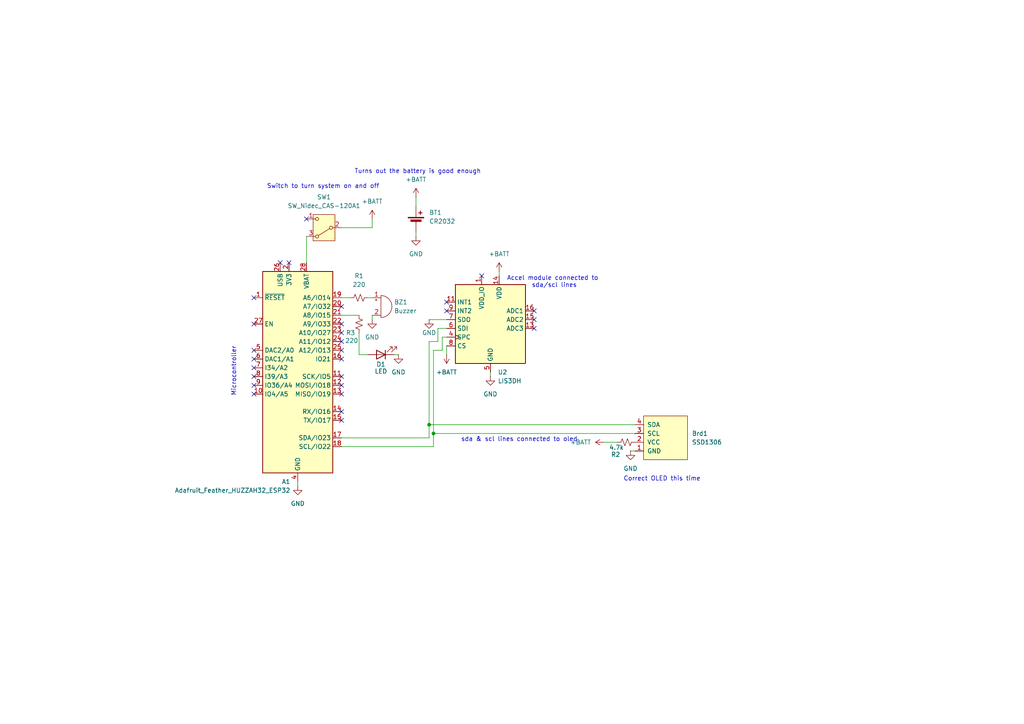
<source format=kicad_sch>
(kicad_sch
	(version 20250114)
	(generator "eeschema")
	(generator_version "9.0")
	(uuid "04a990d3-a2b1-4404-a33a-dc49c08fdd60")
	(paper "A4")
	(title_block
		(title "Tilt-Timer Cube")
		(date "2025-11-17")
		(rev "3.0")
		(company "KWRUS Inc.")
	)
	(lib_symbols
		(symbol "Device:Battery_Cell"
			(pin_numbers
				(hide yes)
			)
			(pin_names
				(offset 0)
				(hide yes)
			)
			(exclude_from_sim no)
			(in_bom yes)
			(on_board yes)
			(property "Reference" "BT"
				(at 2.54 2.54 0)
				(effects
					(font
						(size 1.27 1.27)
					)
					(justify left)
				)
			)
			(property "Value" "Battery_Cell"
				(at 2.54 0 0)
				(effects
					(font
						(size 1.27 1.27)
					)
					(justify left)
				)
			)
			(property "Footprint" ""
				(at 0 1.524 90)
				(effects
					(font
						(size 1.27 1.27)
					)
					(hide yes)
				)
			)
			(property "Datasheet" "~"
				(at 0 1.524 90)
				(effects
					(font
						(size 1.27 1.27)
					)
					(hide yes)
				)
			)
			(property "Description" "Single-cell battery"
				(at 0 0 0)
				(effects
					(font
						(size 1.27 1.27)
					)
					(hide yes)
				)
			)
			(property "ki_keywords" "battery cell"
				(at 0 0 0)
				(effects
					(font
						(size 1.27 1.27)
					)
					(hide yes)
				)
			)
			(symbol "Battery_Cell_0_1"
				(rectangle
					(start -2.286 1.778)
					(end 2.286 1.524)
					(stroke
						(width 0)
						(type default)
					)
					(fill
						(type outline)
					)
				)
				(rectangle
					(start -1.524 1.016)
					(end 1.524 0.508)
					(stroke
						(width 0)
						(type default)
					)
					(fill
						(type outline)
					)
				)
				(polyline
					(pts
						(xy 0 1.778) (xy 0 2.54)
					)
					(stroke
						(width 0)
						(type default)
					)
					(fill
						(type none)
					)
				)
				(polyline
					(pts
						(xy 0 0.762) (xy 0 0)
					)
					(stroke
						(width 0)
						(type default)
					)
					(fill
						(type none)
					)
				)
				(polyline
					(pts
						(xy 0.762 3.048) (xy 1.778 3.048)
					)
					(stroke
						(width 0.254)
						(type default)
					)
					(fill
						(type none)
					)
				)
				(polyline
					(pts
						(xy 1.27 3.556) (xy 1.27 2.54)
					)
					(stroke
						(width 0.254)
						(type default)
					)
					(fill
						(type none)
					)
				)
			)
			(symbol "Battery_Cell_1_1"
				(pin passive line
					(at 0 5.08 270)
					(length 2.54)
					(name "+"
						(effects
							(font
								(size 1.27 1.27)
							)
						)
					)
					(number "1"
						(effects
							(font
								(size 1.27 1.27)
							)
						)
					)
				)
				(pin passive line
					(at 0 -2.54 90)
					(length 2.54)
					(name "-"
						(effects
							(font
								(size 1.27 1.27)
							)
						)
					)
					(number "2"
						(effects
							(font
								(size 1.27 1.27)
							)
						)
					)
				)
			)
			(embedded_fonts no)
		)
		(symbol "Device:Buzzer"
			(pin_names
				(offset 0.0254)
				(hide yes)
			)
			(exclude_from_sim no)
			(in_bom yes)
			(on_board yes)
			(property "Reference" "BZ"
				(at 3.81 1.27 0)
				(effects
					(font
						(size 1.27 1.27)
					)
					(justify left)
				)
			)
			(property "Value" "Buzzer"
				(at 3.81 -1.27 0)
				(effects
					(font
						(size 1.27 1.27)
					)
					(justify left)
				)
			)
			(property "Footprint" ""
				(at -0.635 2.54 90)
				(effects
					(font
						(size 1.27 1.27)
					)
					(hide yes)
				)
			)
			(property "Datasheet" "~"
				(at -0.635 2.54 90)
				(effects
					(font
						(size 1.27 1.27)
					)
					(hide yes)
				)
			)
			(property "Description" "Buzzer, polarized"
				(at 0 0 0)
				(effects
					(font
						(size 1.27 1.27)
					)
					(hide yes)
				)
			)
			(property "ki_keywords" "quartz resonator ceramic"
				(at 0 0 0)
				(effects
					(font
						(size 1.27 1.27)
					)
					(hide yes)
				)
			)
			(property "ki_fp_filters" "*Buzzer*"
				(at 0 0 0)
				(effects
					(font
						(size 1.27 1.27)
					)
					(hide yes)
				)
			)
			(symbol "Buzzer_0_1"
				(polyline
					(pts
						(xy -1.651 1.905) (xy -1.143 1.905)
					)
					(stroke
						(width 0)
						(type default)
					)
					(fill
						(type none)
					)
				)
				(polyline
					(pts
						(xy -1.397 2.159) (xy -1.397 1.651)
					)
					(stroke
						(width 0)
						(type default)
					)
					(fill
						(type none)
					)
				)
				(arc
					(start 0 3.175)
					(mid 3.1612 0)
					(end 0 -3.175)
					(stroke
						(width 0)
						(type default)
					)
					(fill
						(type none)
					)
				)
				(polyline
					(pts
						(xy 0 3.175) (xy 0 -3.175)
					)
					(stroke
						(width 0)
						(type default)
					)
					(fill
						(type none)
					)
				)
			)
			(symbol "Buzzer_1_1"
				(pin passive line
					(at -2.54 2.54 0)
					(length 2.54)
					(name "+"
						(effects
							(font
								(size 1.27 1.27)
							)
						)
					)
					(number "1"
						(effects
							(font
								(size 1.27 1.27)
							)
						)
					)
				)
				(pin passive line
					(at -2.54 -2.54 0)
					(length 2.54)
					(name "-"
						(effects
							(font
								(size 1.27 1.27)
							)
						)
					)
					(number "2"
						(effects
							(font
								(size 1.27 1.27)
							)
						)
					)
				)
			)
			(embedded_fonts no)
		)
		(symbol "Device:LED"
			(pin_numbers
				(hide yes)
			)
			(pin_names
				(offset 1.016)
				(hide yes)
			)
			(exclude_from_sim no)
			(in_bom yes)
			(on_board yes)
			(property "Reference" "D"
				(at 0 2.54 0)
				(effects
					(font
						(size 1.27 1.27)
					)
				)
			)
			(property "Value" "LED"
				(at 0 -2.54 0)
				(effects
					(font
						(size 1.27 1.27)
					)
				)
			)
			(property "Footprint" ""
				(at 0 0 0)
				(effects
					(font
						(size 1.27 1.27)
					)
					(hide yes)
				)
			)
			(property "Datasheet" "~"
				(at 0 0 0)
				(effects
					(font
						(size 1.27 1.27)
					)
					(hide yes)
				)
			)
			(property "Description" "Light emitting diode"
				(at 0 0 0)
				(effects
					(font
						(size 1.27 1.27)
					)
					(hide yes)
				)
			)
			(property "Sim.Pins" "1=K 2=A"
				(at 0 0 0)
				(effects
					(font
						(size 1.27 1.27)
					)
					(hide yes)
				)
			)
			(property "ki_keywords" "LED diode"
				(at 0 0 0)
				(effects
					(font
						(size 1.27 1.27)
					)
					(hide yes)
				)
			)
			(property "ki_fp_filters" "LED* LED_SMD:* LED_THT:*"
				(at 0 0 0)
				(effects
					(font
						(size 1.27 1.27)
					)
					(hide yes)
				)
			)
			(symbol "LED_0_1"
				(polyline
					(pts
						(xy -3.048 -0.762) (xy -4.572 -2.286) (xy -3.81 -2.286) (xy -4.572 -2.286) (xy -4.572 -1.524)
					)
					(stroke
						(width 0)
						(type default)
					)
					(fill
						(type none)
					)
				)
				(polyline
					(pts
						(xy -1.778 -0.762) (xy -3.302 -2.286) (xy -2.54 -2.286) (xy -3.302 -2.286) (xy -3.302 -1.524)
					)
					(stroke
						(width 0)
						(type default)
					)
					(fill
						(type none)
					)
				)
				(polyline
					(pts
						(xy -1.27 0) (xy 1.27 0)
					)
					(stroke
						(width 0)
						(type default)
					)
					(fill
						(type none)
					)
				)
				(polyline
					(pts
						(xy -1.27 -1.27) (xy -1.27 1.27)
					)
					(stroke
						(width 0.254)
						(type default)
					)
					(fill
						(type none)
					)
				)
				(polyline
					(pts
						(xy 1.27 -1.27) (xy 1.27 1.27) (xy -1.27 0) (xy 1.27 -1.27)
					)
					(stroke
						(width 0.254)
						(type default)
					)
					(fill
						(type none)
					)
				)
			)
			(symbol "LED_1_1"
				(pin passive line
					(at -3.81 0 0)
					(length 2.54)
					(name "K"
						(effects
							(font
								(size 1.27 1.27)
							)
						)
					)
					(number "1"
						(effects
							(font
								(size 1.27 1.27)
							)
						)
					)
				)
				(pin passive line
					(at 3.81 0 180)
					(length 2.54)
					(name "A"
						(effects
							(font
								(size 1.27 1.27)
							)
						)
					)
					(number "2"
						(effects
							(font
								(size 1.27 1.27)
							)
						)
					)
				)
			)
			(embedded_fonts no)
		)
		(symbol "Device:R_Small_US"
			(pin_numbers
				(hide yes)
			)
			(pin_names
				(offset 0.254)
				(hide yes)
			)
			(exclude_from_sim no)
			(in_bom yes)
			(on_board yes)
			(property "Reference" "R"
				(at 0.762 0.508 0)
				(effects
					(font
						(size 1.27 1.27)
					)
					(justify left)
				)
			)
			(property "Value" "R_Small_US"
				(at 0.762 -1.016 0)
				(effects
					(font
						(size 1.27 1.27)
					)
					(justify left)
				)
			)
			(property "Footprint" ""
				(at 0 0 0)
				(effects
					(font
						(size 1.27 1.27)
					)
					(hide yes)
				)
			)
			(property "Datasheet" "~"
				(at 0 0 0)
				(effects
					(font
						(size 1.27 1.27)
					)
					(hide yes)
				)
			)
			(property "Description" "Resistor, small US symbol"
				(at 0 0 0)
				(effects
					(font
						(size 1.27 1.27)
					)
					(hide yes)
				)
			)
			(property "ki_keywords" "r resistor"
				(at 0 0 0)
				(effects
					(font
						(size 1.27 1.27)
					)
					(hide yes)
				)
			)
			(property "ki_fp_filters" "R_*"
				(at 0 0 0)
				(effects
					(font
						(size 1.27 1.27)
					)
					(hide yes)
				)
			)
			(symbol "R_Small_US_1_1"
				(polyline
					(pts
						(xy 0 1.524) (xy 1.016 1.143) (xy 0 0.762) (xy -1.016 0.381) (xy 0 0)
					)
					(stroke
						(width 0)
						(type default)
					)
					(fill
						(type none)
					)
				)
				(polyline
					(pts
						(xy 0 0) (xy 1.016 -0.381) (xy 0 -0.762) (xy -1.016 -1.143) (xy 0 -1.524)
					)
					(stroke
						(width 0)
						(type default)
					)
					(fill
						(type none)
					)
				)
				(pin passive line
					(at 0 2.54 270)
					(length 1.016)
					(name "~"
						(effects
							(font
								(size 1.27 1.27)
							)
						)
					)
					(number "1"
						(effects
							(font
								(size 1.27 1.27)
							)
						)
					)
				)
				(pin passive line
					(at 0 -2.54 90)
					(length 1.016)
					(name "~"
						(effects
							(font
								(size 1.27 1.27)
							)
						)
					)
					(number "2"
						(effects
							(font
								(size 1.27 1.27)
							)
						)
					)
				)
			)
			(embedded_fonts no)
		)
		(symbol "MCU_Module:Adafruit_Feather_HUZZAH32_ESP32"
			(exclude_from_sim no)
			(in_bom yes)
			(on_board yes)
			(property "Reference" "A"
				(at -10.16 29.21 0)
				(effects
					(font
						(size 1.27 1.27)
					)
					(justify left)
				)
			)
			(property "Value" "Adafruit_Feather_HUZZAH32_ESP32"
				(at 2.54 -31.75 0)
				(effects
					(font
						(size 1.27 1.27)
					)
					(justify left)
				)
			)
			(property "Footprint" "Module:Adafruit_Feather"
				(at 2.54 -34.29 0)
				(effects
					(font
						(size 1.27 1.27)
					)
					(justify left)
					(hide yes)
				)
			)
			(property "Datasheet" "https://cdn-learn.adafruit.com/downloads/pdf/adafruit-huzzah32-esp32-feather.pdf"
				(at 0 -30.48 0)
				(effects
					(font
						(size 1.27 1.27)
					)
					(hide yes)
				)
			)
			(property "Description" "Microcontroller module with ESP32 MCU"
				(at 0 0 0)
				(effects
					(font
						(size 1.27 1.27)
					)
					(hide yes)
				)
			)
			(property "ki_keywords" "Adafruit feather microcontroller module USB"
				(at 0 0 0)
				(effects
					(font
						(size 1.27 1.27)
					)
					(hide yes)
				)
			)
			(property "ki_fp_filters" "Adafruit*Feather*"
				(at 0 0 0)
				(effects
					(font
						(size 1.27 1.27)
					)
					(hide yes)
				)
			)
			(symbol "Adafruit_Feather_HUZZAH32_ESP32_0_1"
				(rectangle
					(start -10.16 27.94)
					(end 10.16 -30.48)
					(stroke
						(width 0.254)
						(type default)
					)
					(fill
						(type background)
					)
				)
			)
			(symbol "Adafruit_Feather_HUZZAH32_ESP32_1_1"
				(pin bidirectional line
					(at -12.7 20.32 0)
					(length 2.54)
					(name "A6/IO14"
						(effects
							(font
								(size 1.27 1.27)
							)
						)
					)
					(number "19"
						(effects
							(font
								(size 1.27 1.27)
							)
						)
					)
				)
				(pin bidirectional line
					(at -12.7 17.78 0)
					(length 2.54)
					(name "A7/IO32"
						(effects
							(font
								(size 1.27 1.27)
							)
						)
					)
					(number "20"
						(effects
							(font
								(size 1.27 1.27)
							)
						)
					)
				)
				(pin bidirectional line
					(at -12.7 15.24 0)
					(length 2.54)
					(name "A8/IO15"
						(effects
							(font
								(size 1.27 1.27)
							)
						)
					)
					(number "21"
						(effects
							(font
								(size 1.27 1.27)
							)
						)
					)
				)
				(pin bidirectional line
					(at -12.7 12.7 0)
					(length 2.54)
					(name "A9/IO33"
						(effects
							(font
								(size 1.27 1.27)
							)
						)
					)
					(number "22"
						(effects
							(font
								(size 1.27 1.27)
							)
						)
					)
				)
				(pin bidirectional line
					(at -12.7 10.16 0)
					(length 2.54)
					(name "A10/IO27"
						(effects
							(font
								(size 1.27 1.27)
							)
						)
					)
					(number "23"
						(effects
							(font
								(size 1.27 1.27)
							)
						)
					)
				)
				(pin bidirectional line
					(at -12.7 7.62 0)
					(length 2.54)
					(name "A11/IO12"
						(effects
							(font
								(size 1.27 1.27)
							)
						)
					)
					(number "24"
						(effects
							(font
								(size 1.27 1.27)
							)
						)
					)
				)
				(pin bidirectional line
					(at -12.7 5.08 0)
					(length 2.54)
					(name "A12/IO13"
						(effects
							(font
								(size 1.27 1.27)
							)
						)
					)
					(number "25"
						(effects
							(font
								(size 1.27 1.27)
							)
						)
					)
				)
				(pin bidirectional line
					(at -12.7 2.54 0)
					(length 2.54)
					(name "IO21"
						(effects
							(font
								(size 1.27 1.27)
							)
						)
					)
					(number "16"
						(effects
							(font
								(size 1.27 1.27)
							)
						)
					)
				)
				(pin bidirectional line
					(at -12.7 -2.54 0)
					(length 2.54)
					(name "SCK/IO5"
						(effects
							(font
								(size 1.27 1.27)
							)
						)
					)
					(number "11"
						(effects
							(font
								(size 1.27 1.27)
							)
						)
					)
				)
				(pin bidirectional line
					(at -12.7 -5.08 0)
					(length 2.54)
					(name "MOSI/IO18"
						(effects
							(font
								(size 1.27 1.27)
							)
						)
					)
					(number "12"
						(effects
							(font
								(size 1.27 1.27)
							)
						)
					)
				)
				(pin bidirectional line
					(at -12.7 -7.62 0)
					(length 2.54)
					(name "MISO/IO19"
						(effects
							(font
								(size 1.27 1.27)
							)
						)
					)
					(number "13"
						(effects
							(font
								(size 1.27 1.27)
							)
						)
					)
				)
				(pin bidirectional line
					(at -12.7 -12.7 0)
					(length 2.54)
					(name "RX/IO16"
						(effects
							(font
								(size 1.27 1.27)
							)
						)
					)
					(number "14"
						(effects
							(font
								(size 1.27 1.27)
							)
						)
					)
				)
				(pin bidirectional line
					(at -12.7 -15.24 0)
					(length 2.54)
					(name "TX/IO17"
						(effects
							(font
								(size 1.27 1.27)
							)
						)
					)
					(number "15"
						(effects
							(font
								(size 1.27 1.27)
							)
						)
					)
				)
				(pin bidirectional line
					(at -12.7 -20.32 0)
					(length 2.54)
					(name "SDA/IO23"
						(effects
							(font
								(size 1.27 1.27)
							)
						)
					)
					(number "17"
						(effects
							(font
								(size 1.27 1.27)
							)
						)
					)
				)
				(pin bidirectional line
					(at -12.7 -22.86 0)
					(length 2.54)
					(name "SCL/IO22"
						(effects
							(font
								(size 1.27 1.27)
							)
						)
					)
					(number "18"
						(effects
							(font
								(size 1.27 1.27)
							)
						)
					)
				)
				(pin power_in line
					(at -2.54 30.48 270)
					(length 2.54)
					(name "VBAT"
						(effects
							(font
								(size 1.27 1.27)
							)
						)
					)
					(number "28"
						(effects
							(font
								(size 1.27 1.27)
							)
						)
					)
				)
				(pin power_in line
					(at 0 -33.02 90)
					(length 2.54)
					(name "GND"
						(effects
							(font
								(size 1.27 1.27)
							)
						)
					)
					(number "4"
						(effects
							(font
								(size 1.27 1.27)
							)
						)
					)
				)
				(pin power_in line
					(at 2.54 30.48 270)
					(length 2.54)
					(name "3V3"
						(effects
							(font
								(size 1.27 1.27)
							)
						)
					)
					(number "2"
						(effects
							(font
								(size 1.27 1.27)
							)
						)
					)
				)
				(pin power_in line
					(at 5.08 30.48 270)
					(length 2.54)
					(name "USB"
						(effects
							(font
								(size 1.27 1.27)
							)
						)
					)
					(number "26"
						(effects
							(font
								(size 1.27 1.27)
							)
						)
					)
				)
				(pin no_connect line
					(at 10.16 10.16 180)
					(length 2.54)
					(hide yes)
					(name "NC"
						(effects
							(font
								(size 1.27 1.27)
							)
						)
					)
					(number "3"
						(effects
							(font
								(size 1.27 1.27)
							)
						)
					)
				)
				(pin input line
					(at 12.7 20.32 180)
					(length 2.54)
					(name "~{RESET}"
						(effects
							(font
								(size 1.27 1.27)
							)
						)
					)
					(number "1"
						(effects
							(font
								(size 1.27 1.27)
							)
						)
					)
				)
				(pin input line
					(at 12.7 12.7 180)
					(length 2.54)
					(name "EN"
						(effects
							(font
								(size 1.27 1.27)
							)
						)
					)
					(number "27"
						(effects
							(font
								(size 1.27 1.27)
							)
						)
					)
				)
				(pin bidirectional line
					(at 12.7 5.08 180)
					(length 2.54)
					(name "DAC2/A0"
						(effects
							(font
								(size 1.27 1.27)
							)
						)
					)
					(number "5"
						(effects
							(font
								(size 1.27 1.27)
							)
						)
					)
				)
				(pin bidirectional line
					(at 12.7 2.54 180)
					(length 2.54)
					(name "DAC1/A1"
						(effects
							(font
								(size 1.27 1.27)
							)
						)
					)
					(number "6"
						(effects
							(font
								(size 1.27 1.27)
							)
						)
					)
				)
				(pin bidirectional line
					(at 12.7 0 180)
					(length 2.54)
					(name "I34/A2"
						(effects
							(font
								(size 1.27 1.27)
							)
						)
					)
					(number "7"
						(effects
							(font
								(size 1.27 1.27)
							)
						)
					)
				)
				(pin bidirectional line
					(at 12.7 -2.54 180)
					(length 2.54)
					(name "I39/A3"
						(effects
							(font
								(size 1.27 1.27)
							)
						)
					)
					(number "8"
						(effects
							(font
								(size 1.27 1.27)
							)
						)
					)
				)
				(pin bidirectional line
					(at 12.7 -5.08 180)
					(length 2.54)
					(name "IO36/A4"
						(effects
							(font
								(size 1.27 1.27)
							)
						)
					)
					(number "9"
						(effects
							(font
								(size 1.27 1.27)
							)
						)
					)
				)
				(pin bidirectional line
					(at 12.7 -7.62 180)
					(length 2.54)
					(name "IO4/A5"
						(effects
							(font
								(size 1.27 1.27)
							)
						)
					)
					(number "10"
						(effects
							(font
								(size 1.27 1.27)
							)
						)
					)
				)
			)
			(embedded_fonts no)
		)
		(symbol "SSD1306-128x64_OLED:SSD1306"
			(pin_names
				(offset 1.016)
			)
			(exclude_from_sim no)
			(in_bom yes)
			(on_board yes)
			(property "Reference" "Brd"
				(at 0 -3.81 0)
				(effects
					(font
						(size 1.27 1.27)
					)
				)
			)
			(property "Value" "SSD1306"
				(at 0 -1.27 0)
				(effects
					(font
						(size 1.27 1.27)
					)
				)
			)
			(property "Footprint" ""
				(at 0 6.35 0)
				(effects
					(font
						(size 1.27 1.27)
					)
					(hide yes)
				)
			)
			(property "Datasheet" ""
				(at 0 6.35 0)
				(effects
					(font
						(size 1.27 1.27)
					)
					(hide yes)
				)
			)
			(property "Description" ""
				(at 0 0 0)
				(effects
					(font
						(size 1.27 1.27)
					)
					(hide yes)
				)
			)
			(property "ki_fp_filters" "SSD1306-128x64_OLED:SSD1306"
				(at 0 0 0)
				(effects
					(font
						(size 1.27 1.27)
					)
					(hide yes)
				)
			)
			(symbol "SSD1306_0_1"
				(rectangle
					(start -6.35 6.35)
					(end 6.35 -6.35)
					(stroke
						(width 0)
						(type solid)
					)
					(fill
						(type background)
					)
				)
			)
			(symbol "SSD1306_1_1"
				(pin input line
					(at -3.81 8.89 270)
					(length 2.54)
					(name "GND"
						(effects
							(font
								(size 1.27 1.27)
							)
						)
					)
					(number "1"
						(effects
							(font
								(size 1.27 1.27)
							)
						)
					)
				)
				(pin input line
					(at -1.27 8.89 270)
					(length 2.54)
					(name "VCC"
						(effects
							(font
								(size 1.27 1.27)
							)
						)
					)
					(number "2"
						(effects
							(font
								(size 1.27 1.27)
							)
						)
					)
				)
				(pin input line
					(at 1.27 8.89 270)
					(length 2.54)
					(name "SCL"
						(effects
							(font
								(size 1.27 1.27)
							)
						)
					)
					(number "3"
						(effects
							(font
								(size 1.27 1.27)
							)
						)
					)
				)
				(pin input line
					(at 3.81 8.89 270)
					(length 2.54)
					(name "SDA"
						(effects
							(font
								(size 1.27 1.27)
							)
						)
					)
					(number "4"
						(effects
							(font
								(size 1.27 1.27)
							)
						)
					)
				)
			)
			(embedded_fonts no)
		)
		(symbol "Sensor_Motion:LIS3DH"
			(exclude_from_sim no)
			(in_bom yes)
			(on_board yes)
			(property "Reference" "U"
				(at -7.62 11.43 0)
				(effects
					(font
						(size 1.27 1.27)
					)
				)
			)
			(property "Value" "LIS3DH"
				(at 6.35 11.43 0)
				(effects
					(font
						(size 1.27 1.27)
					)
				)
			)
			(property "Footprint" "Package_LGA:LGA-16_3x3mm_P0.5mm_LayoutBorder3x5y"
				(at 2.54 -26.67 0)
				(effects
					(font
						(size 1.27 1.27)
					)
					(hide yes)
				)
			)
			(property "Datasheet" "https://www.st.com/resource/en/datasheet/cd00274221.pdf"
				(at -5.08 -2.54 0)
				(effects
					(font
						(size 1.27 1.27)
					)
					(hide yes)
				)
			)
			(property "Description" "3-Axis Accelerometer, 2/4/8/16g range, I2C/SPI interface, LGA-16"
				(at 0 0 0)
				(effects
					(font
						(size 1.27 1.27)
					)
					(hide yes)
				)
			)
			(property "ki_keywords" "3-axis accelerometer i2c spi mems"
				(at 0 0 0)
				(effects
					(font
						(size 1.27 1.27)
					)
					(hide yes)
				)
			)
			(property "ki_fp_filters" "LGA*3x3mm*P0.5mm*LayoutBorder3x5y*"
				(at 0 0 0)
				(effects
					(font
						(size 1.27 1.27)
					)
					(hide yes)
				)
			)
			(symbol "LIS3DH_0_1"
				(rectangle
					(start -10.16 10.16)
					(end 10.16 -12.7)
					(stroke
						(width 0.254)
						(type default)
					)
					(fill
						(type background)
					)
				)
			)
			(symbol "LIS3DH_1_1"
				(pin output line
					(at -12.7 5.08 0)
					(length 2.54)
					(name "INT1"
						(effects
							(font
								(size 1.27 1.27)
							)
						)
					)
					(number "11"
						(effects
							(font
								(size 1.27 1.27)
							)
						)
					)
				)
				(pin output line
					(at -12.7 2.54 0)
					(length 2.54)
					(name "INT2"
						(effects
							(font
								(size 1.27 1.27)
							)
						)
					)
					(number "9"
						(effects
							(font
								(size 1.27 1.27)
							)
						)
					)
				)
				(pin output line
					(at -12.7 0 0)
					(length 2.54)
					(name "SDO"
						(effects
							(font
								(size 1.27 1.27)
							)
						)
					)
					(number "7"
						(effects
							(font
								(size 1.27 1.27)
							)
						)
					)
					(alternate "SA0" input line)
				)
				(pin input line
					(at -12.7 -2.54 0)
					(length 2.54)
					(name "SDI"
						(effects
							(font
								(size 1.27 1.27)
							)
						)
					)
					(number "6"
						(effects
							(font
								(size 1.27 1.27)
							)
						)
					)
					(alternate "SDA" bidirectional line)
					(alternate "SDO" output line)
				)
				(pin input clock
					(at -12.7 -5.08 0)
					(length 2.54)
					(name "SPC"
						(effects
							(font
								(size 1.27 1.27)
							)
						)
					)
					(number "4"
						(effects
							(font
								(size 1.27 1.27)
							)
						)
					)
					(alternate "SCL" input clock)
				)
				(pin input line
					(at -12.7 -7.62 0)
					(length 2.54)
					(name "CS"
						(effects
							(font
								(size 1.27 1.27)
							)
						)
					)
					(number "8"
						(effects
							(font
								(size 1.27 1.27)
							)
						)
					)
				)
				(pin power_in line
					(at -2.54 12.7 270)
					(length 2.54)
					(name "VDD_IO"
						(effects
							(font
								(size 1.27 1.27)
							)
						)
					)
					(number "1"
						(effects
							(font
								(size 1.27 1.27)
							)
						)
					)
				)
				(pin passive line
					(at 0 -15.24 90)
					(length 2.54)
					(hide yes)
					(name "GND"
						(effects
							(font
								(size 1.27 1.27)
							)
						)
					)
					(number "10"
						(effects
							(font
								(size 1.27 1.27)
							)
						)
					)
				)
				(pin passive line
					(at 0 -15.24 90)
					(length 2.54)
					(hide yes)
					(name "GND"
						(effects
							(font
								(size 1.27 1.27)
							)
						)
					)
					(number "12"
						(effects
							(font
								(size 1.27 1.27)
							)
						)
					)
				)
				(pin power_in line
					(at 0 -15.24 90)
					(length 2.54)
					(name "GND"
						(effects
							(font
								(size 1.27 1.27)
							)
						)
					)
					(number "5"
						(effects
							(font
								(size 1.27 1.27)
							)
						)
					)
				)
				(pin power_in line
					(at 2.54 12.7 270)
					(length 2.54)
					(name "VDD"
						(effects
							(font
								(size 1.27 1.27)
							)
						)
					)
					(number "14"
						(effects
							(font
								(size 1.27 1.27)
							)
						)
					)
				)
				(pin no_connect line
					(at 10.16 7.62 180)
					(length 2.54)
					(hide yes)
					(name "NC"
						(effects
							(font
								(size 1.27 1.27)
							)
						)
					)
					(number "3"
						(effects
							(font
								(size 1.27 1.27)
							)
						)
					)
				)
				(pin no_connect line
					(at 10.16 5.08 180)
					(length 2.54)
					(hide yes)
					(name "NC"
						(effects
							(font
								(size 1.27 1.27)
							)
						)
					)
					(number "2"
						(effects
							(font
								(size 1.27 1.27)
							)
						)
					)
				)
				(pin input line
					(at 12.7 2.54 180)
					(length 2.54)
					(name "ADC1"
						(effects
							(font
								(size 1.27 1.27)
							)
						)
					)
					(number "16"
						(effects
							(font
								(size 1.27 1.27)
							)
						)
					)
				)
				(pin input line
					(at 12.7 0 180)
					(length 2.54)
					(name "ADC2"
						(effects
							(font
								(size 1.27 1.27)
							)
						)
					)
					(number "15"
						(effects
							(font
								(size 1.27 1.27)
							)
						)
					)
				)
				(pin input line
					(at 12.7 -2.54 180)
					(length 2.54)
					(name "ADC3"
						(effects
							(font
								(size 1.27 1.27)
							)
						)
					)
					(number "13"
						(effects
							(font
								(size 1.27 1.27)
							)
						)
					)
				)
			)
			(embedded_fonts no)
		)
		(symbol "Switch:SW_Nidec_CAS-120A1"
			(pin_names
				(offset 1)
				(hide yes)
			)
			(exclude_from_sim no)
			(in_bom yes)
			(on_board yes)
			(property "Reference" "SW"
				(at 0 4.318 0)
				(effects
					(font
						(size 1.27 1.27)
					)
				)
			)
			(property "Value" "SW_Nidec_CAS-120A1"
				(at 0 -5.08 0)
				(effects
					(font
						(size 1.27 1.27)
					)
				)
			)
			(property "Footprint" "Button_Switch_SMD:Nidec_Copal_CAS-120A"
				(at 0 -10.16 0)
				(effects
					(font
						(size 1.27 1.27)
					)
					(hide yes)
				)
			)
			(property "Datasheet" "https://www.nidec-components.com/e/catalog/switch/cas.pdf"
				(at 0 -7.62 0)
				(effects
					(font
						(size 1.27 1.27)
					)
					(hide yes)
				)
			)
			(property "Description" "Switch, single pole double throw"
				(at 0 0 0)
				(effects
					(font
						(size 1.27 1.27)
					)
					(hide yes)
				)
			)
			(property "ki_keywords" "switch single-pole double-throw spdt ON-ON"
				(at 0 0 0)
				(effects
					(font
						(size 1.27 1.27)
					)
					(hide yes)
				)
			)
			(property "ki_fp_filters" "*Nidec?Copal?CAS?120A*"
				(at 0 0 0)
				(effects
					(font
						(size 1.27 1.27)
					)
					(hide yes)
				)
			)
			(symbol "SW_Nidec_CAS-120A1_0_1"
				(circle
					(center -2.032 0)
					(radius 0.4572)
					(stroke
						(width 0)
						(type default)
					)
					(fill
						(type none)
					)
				)
				(polyline
					(pts
						(xy -1.651 0.254) (xy 1.651 2.286)
					)
					(stroke
						(width 0)
						(type default)
					)
					(fill
						(type none)
					)
				)
				(circle
					(center 2.032 2.54)
					(radius 0.4572)
					(stroke
						(width 0)
						(type default)
					)
					(fill
						(type none)
					)
				)
				(circle
					(center 2.032 -2.54)
					(radius 0.4572)
					(stroke
						(width 0)
						(type default)
					)
					(fill
						(type none)
					)
				)
			)
			(symbol "SW_Nidec_CAS-120A1_1_1"
				(rectangle
					(start -3.175 3.81)
					(end 3.175 -3.81)
					(stroke
						(width 0)
						(type default)
					)
					(fill
						(type background)
					)
				)
				(pin passive line
					(at -5.08 0 0)
					(length 2.54)
					(name "B"
						(effects
							(font
								(size 1.27 1.27)
							)
						)
					)
					(number "2"
						(effects
							(font
								(size 1.27 1.27)
							)
						)
					)
				)
				(pin passive line
					(at 5.08 2.54 180)
					(length 2.54)
					(name "A"
						(effects
							(font
								(size 1.27 1.27)
							)
						)
					)
					(number "3"
						(effects
							(font
								(size 1.27 1.27)
							)
						)
					)
				)
				(pin passive line
					(at 5.08 -2.54 180)
					(length 2.54)
					(name "C"
						(effects
							(font
								(size 1.27 1.27)
							)
						)
					)
					(number "1"
						(effects
							(font
								(size 1.27 1.27)
							)
						)
					)
				)
			)
			(embedded_fonts no)
		)
		(symbol "power:+BATT"
			(power)
			(pin_numbers
				(hide yes)
			)
			(pin_names
				(offset 0)
				(hide yes)
			)
			(exclude_from_sim no)
			(in_bom yes)
			(on_board yes)
			(property "Reference" "#PWR"
				(at 0 -3.81 0)
				(effects
					(font
						(size 1.27 1.27)
					)
					(hide yes)
				)
			)
			(property "Value" "+BATT"
				(at 0 3.556 0)
				(effects
					(font
						(size 1.27 1.27)
					)
				)
			)
			(property "Footprint" ""
				(at 0 0 0)
				(effects
					(font
						(size 1.27 1.27)
					)
					(hide yes)
				)
			)
			(property "Datasheet" ""
				(at 0 0 0)
				(effects
					(font
						(size 1.27 1.27)
					)
					(hide yes)
				)
			)
			(property "Description" "Power symbol creates a global label with name \"+BATT\""
				(at 0 0 0)
				(effects
					(font
						(size 1.27 1.27)
					)
					(hide yes)
				)
			)
			(property "ki_keywords" "global power battery"
				(at 0 0 0)
				(effects
					(font
						(size 1.27 1.27)
					)
					(hide yes)
				)
			)
			(symbol "+BATT_0_1"
				(polyline
					(pts
						(xy -0.762 1.27) (xy 0 2.54)
					)
					(stroke
						(width 0)
						(type default)
					)
					(fill
						(type none)
					)
				)
				(polyline
					(pts
						(xy 0 2.54) (xy 0.762 1.27)
					)
					(stroke
						(width 0)
						(type default)
					)
					(fill
						(type none)
					)
				)
				(polyline
					(pts
						(xy 0 0) (xy 0 2.54)
					)
					(stroke
						(width 0)
						(type default)
					)
					(fill
						(type none)
					)
				)
			)
			(symbol "+BATT_1_1"
				(pin power_in line
					(at 0 0 90)
					(length 0)
					(name "~"
						(effects
							(font
								(size 1.27 1.27)
							)
						)
					)
					(number "1"
						(effects
							(font
								(size 1.27 1.27)
							)
						)
					)
				)
			)
			(embedded_fonts no)
		)
		(symbol "power:GND"
			(power)
			(pin_numbers
				(hide yes)
			)
			(pin_names
				(offset 0)
				(hide yes)
			)
			(exclude_from_sim no)
			(in_bom yes)
			(on_board yes)
			(property "Reference" "#PWR"
				(at 0 -6.35 0)
				(effects
					(font
						(size 1.27 1.27)
					)
					(hide yes)
				)
			)
			(property "Value" "GND"
				(at 0 -3.81 0)
				(effects
					(font
						(size 1.27 1.27)
					)
				)
			)
			(property "Footprint" ""
				(at 0 0 0)
				(effects
					(font
						(size 1.27 1.27)
					)
					(hide yes)
				)
			)
			(property "Datasheet" ""
				(at 0 0 0)
				(effects
					(font
						(size 1.27 1.27)
					)
					(hide yes)
				)
			)
			(property "Description" "Power symbol creates a global label with name \"GND\" , ground"
				(at 0 0 0)
				(effects
					(font
						(size 1.27 1.27)
					)
					(hide yes)
				)
			)
			(property "ki_keywords" "global power"
				(at 0 0 0)
				(effects
					(font
						(size 1.27 1.27)
					)
					(hide yes)
				)
			)
			(symbol "GND_0_1"
				(polyline
					(pts
						(xy 0 0) (xy 0 -1.27) (xy 1.27 -1.27) (xy 0 -2.54) (xy -1.27 -1.27) (xy 0 -1.27)
					)
					(stroke
						(width 0)
						(type default)
					)
					(fill
						(type none)
					)
				)
			)
			(symbol "GND_1_1"
				(pin power_in line
					(at 0 0 270)
					(length 0)
					(name "~"
						(effects
							(font
								(size 1.27 1.27)
							)
						)
					)
					(number "1"
						(effects
							(font
								(size 1.27 1.27)
							)
						)
					)
				)
			)
			(embedded_fonts no)
		)
	)
	(text "Correct OLED this time"
		(exclude_from_sim no)
		(at 192.024 138.938 0)
		(effects
			(font
				(size 1.27 1.27)
			)
		)
		(uuid "2beb8562-2a24-4021-be38-004b587e5c41")
	)
	(text "Microcontroller"
		(exclude_from_sim no)
		(at 67.818 107.696 90)
		(effects
			(font
				(size 1.27 1.27)
			)
		)
		(uuid "4942fcf5-9d4a-416b-91ff-3dcaffabd210")
	)
	(text "Turns out the battery is good enough\n"
		(exclude_from_sim no)
		(at 121.158 49.784 0)
		(effects
			(font
				(size 1.27 1.27)
			)
		)
		(uuid "65fa5db0-6f1d-4d64-a032-d76ef2752861")
	)
	(text "Switch to turn system on and off"
		(exclude_from_sim no)
		(at 93.726 54.102 0)
		(effects
			(font
				(size 1.27 1.27)
			)
		)
		(uuid "9035541b-8440-455f-a4ab-b36b4ae52ead")
	)
	(text "sda & scl lines connected to oled"
		(exclude_from_sim no)
		(at 150.622 127.508 0)
		(effects
			(font
				(size 1.27 1.27)
			)
		)
		(uuid "ed4e4efa-3a17-4f14-9489-d5d87d1ba8af")
	)
	(text "Accel module connected to \nsda/scl lines"
		(exclude_from_sim no)
		(at 160.782 81.788 0)
		(effects
			(font
				(size 1.27 1.27)
			)
		)
		(uuid "ff01edab-bfab-4d3c-8ea5-3f73cf9e4e46")
	)
	(junction
		(at 125.73 125.73)
		(diameter 0)
		(color 0 0 0 0)
		(uuid "85fa11b9-514a-4899-96a3-f78881624f94")
	)
	(junction
		(at 124.46 123.19)
		(diameter 0)
		(color 0 0 0 0)
		(uuid "c4046b15-3ed8-44ef-869b-98d8777df4bd")
	)
	(no_connect
		(at 83.82 76.2)
		(uuid "01fc53e1-81ae-46b2-aa83-9a2bb96f86e1")
	)
	(no_connect
		(at 99.06 109.22)
		(uuid "08f4970b-9cd7-4c58-8f73-a14fa2ef9134")
	)
	(no_connect
		(at 73.66 114.3)
		(uuid "0faf0a79-d315-4c0d-8450-150a3623e641")
	)
	(no_connect
		(at 154.94 90.17)
		(uuid "144f2d02-4e3d-461c-af5b-9c729ba7faa8")
	)
	(no_connect
		(at 73.66 111.76)
		(uuid "23c694c1-c86d-4833-824f-fa2cef3597ba")
	)
	(no_connect
		(at 99.06 99.06)
		(uuid "2a5243ca-912a-444f-803a-49b7a860508c")
	)
	(no_connect
		(at 73.66 104.14)
		(uuid "344f0b0a-609d-42c8-be67-81539b09b614")
	)
	(no_connect
		(at 99.06 119.38)
		(uuid "397b1349-bc0f-4981-9b2f-b68e917d9d9d")
	)
	(no_connect
		(at 73.66 109.22)
		(uuid "46cb076e-0880-4573-bf0f-c48717dd3769")
	)
	(no_connect
		(at 139.7 80.01)
		(uuid "4ae48035-a00c-4e93-a2da-c7deef531b23")
	)
	(no_connect
		(at 73.66 106.68)
		(uuid "4c230eb8-73c1-4270-9966-2a0460015b48")
	)
	(no_connect
		(at 99.06 111.76)
		(uuid "4f92a766-d649-4aa6-9b90-736ef19375ae")
	)
	(no_connect
		(at 99.06 93.98)
		(uuid "58305769-0bc1-4f3c-aec0-23768fd2adc0")
	)
	(no_connect
		(at 99.06 88.9)
		(uuid "5841996e-a9c4-4fb3-a225-1bd1efdc05e7")
	)
	(no_connect
		(at 81.28 76.2)
		(uuid "61ef86bb-7759-48e0-99fb-f26e2badef45")
	)
	(no_connect
		(at 73.66 101.6)
		(uuid "644a830f-3348-457a-be33-dc7cc591d9c5")
	)
	(no_connect
		(at 99.06 96.52)
		(uuid "6535c750-a697-4ef9-897f-8d22372728fe")
	)
	(no_connect
		(at 129.54 90.17)
		(uuid "6a01910a-6abe-47c1-a884-f0e3241eed1b")
	)
	(no_connect
		(at 88.9 63.5)
		(uuid "6fd1acc5-c32b-442d-a7d2-69e0bd35b2c0")
	)
	(no_connect
		(at 99.06 114.3)
		(uuid "7f0239b3-bdc4-424e-a9c4-605c884c99aa")
	)
	(no_connect
		(at 73.66 86.36)
		(uuid "92f5fa5f-1035-4d6d-a23f-8f16ead49eee")
	)
	(no_connect
		(at 73.66 93.98)
		(uuid "9a04fd9d-f600-45b0-a0a4-34eb51371247")
	)
	(no_connect
		(at 99.06 101.6)
		(uuid "9d58a71b-f10a-4d6a-bde0-ecac4ad3009e")
	)
	(no_connect
		(at 99.06 121.92)
		(uuid "b4a5770c-ac29-45aa-966c-e37a089438bb")
	)
	(no_connect
		(at 154.94 92.71)
		(uuid "dd46131a-da12-40c4-8fe6-b844c8fdbafa")
	)
	(no_connect
		(at 129.54 87.63)
		(uuid "dd66e3e5-be6b-48c0-81f7-1cb8ab87a692")
	)
	(no_connect
		(at 154.94 95.25)
		(uuid "e5d09819-7a3a-490b-ba29-ba678a7c0a95")
	)
	(no_connect
		(at 99.06 104.14)
		(uuid "ea6c2779-ba37-4f48-8a30-6b3dfa7c34e6")
	)
	(wire
		(pts
			(xy 107.95 66.04) (xy 99.06 66.04)
		)
		(stroke
			(width 0)
			(type default)
		)
		(uuid "18ba85f5-cdbe-4279-8ac7-21727799a2d6")
	)
	(wire
		(pts
			(xy 124.46 123.19) (xy 184.15 123.19)
		)
		(stroke
			(width 0)
			(type default)
		)
		(uuid "2013b619-739e-4622-9a1b-f58257a44117")
	)
	(wire
		(pts
			(xy 129.54 100.33) (xy 129.54 102.87)
		)
		(stroke
			(width 0)
			(type default)
		)
		(uuid "213c41f4-9253-42d2-b27b-c13be962036c")
	)
	(wire
		(pts
			(xy 128.27 101.6) (xy 128.27 97.79)
		)
		(stroke
			(width 0)
			(type default)
		)
		(uuid "24189366-99e9-432f-8862-24b093c8eba2")
	)
	(wire
		(pts
			(xy 124.46 92.71) (xy 129.54 92.71)
		)
		(stroke
			(width 0)
			(type default)
		)
		(uuid "273e8259-9e6c-4d2b-8827-8fd4073a730d")
	)
	(wire
		(pts
			(xy 127 99.06) (xy 127 95.25)
		)
		(stroke
			(width 0)
			(type default)
		)
		(uuid "28145286-4afb-46a1-8b89-3f6aaea5a63a")
	)
	(wire
		(pts
			(xy 104.14 102.87) (xy 106.68 102.87)
		)
		(stroke
			(width 0)
			(type default)
		)
		(uuid "29319f9e-1092-4e6d-811c-d904fdc7c0d8")
	)
	(wire
		(pts
			(xy 86.36 139.7) (xy 86.36 140.97)
		)
		(stroke
			(width 0)
			(type default)
		)
		(uuid "2b644be9-d374-42d3-a7ef-03b0c2e3e0f3")
	)
	(wire
		(pts
			(xy 120.65 57.15) (xy 120.65 59.69)
		)
		(stroke
			(width 0)
			(type default)
		)
		(uuid "382d5063-3741-4aa0-b73e-1d7bec8da9cb")
	)
	(wire
		(pts
			(xy 104.14 96.52) (xy 104.14 102.87)
		)
		(stroke
			(width 0)
			(type default)
		)
		(uuid "4942348b-3ba9-494c-8eec-0676aeac3b92")
	)
	(wire
		(pts
			(xy 124.46 123.19) (xy 124.46 127)
		)
		(stroke
			(width 0)
			(type default)
		)
		(uuid "4b6fef14-9631-4de6-a652-101bf042cf14")
	)
	(wire
		(pts
			(xy 144.78 78.74) (xy 144.78 80.01)
		)
		(stroke
			(width 0)
			(type default)
		)
		(uuid "4cc8f09e-874b-4dd4-8286-d3bb55ff1b55")
	)
	(wire
		(pts
			(xy 99.06 129.54) (xy 125.73 129.54)
		)
		(stroke
			(width 0)
			(type default)
		)
		(uuid "5c58592f-a219-4c2f-be81-5e8258c1899f")
	)
	(wire
		(pts
			(xy 125.73 101.6) (xy 125.73 125.73)
		)
		(stroke
			(width 0)
			(type default)
		)
		(uuid "5d3ef86e-1110-45d1-b960-3c9f9dac3ae4")
	)
	(wire
		(pts
			(xy 99.06 86.36) (xy 101.6 86.36)
		)
		(stroke
			(width 0)
			(type default)
		)
		(uuid "607dffa0-f420-41b0-b2fa-acd1297acc86")
	)
	(wire
		(pts
			(xy 182.88 130.81) (xy 184.15 130.81)
		)
		(stroke
			(width 0)
			(type default)
		)
		(uuid "61d129e8-a128-44f0-9e05-519643f0da7e")
	)
	(wire
		(pts
			(xy 125.73 101.6) (xy 128.27 101.6)
		)
		(stroke
			(width 0)
			(type default)
		)
		(uuid "718344d2-baab-40b7-9df9-c4341a359f1b")
	)
	(wire
		(pts
			(xy 107.95 91.44) (xy 107.95 92.71)
		)
		(stroke
			(width 0)
			(type default)
		)
		(uuid "7865164d-1ac6-4d34-b9ec-5ba600804159")
	)
	(wire
		(pts
			(xy 124.46 99.06) (xy 127 99.06)
		)
		(stroke
			(width 0)
			(type default)
		)
		(uuid "7b166de0-a722-4f60-ba04-d7527cfde91e")
	)
	(wire
		(pts
			(xy 107.95 63.5) (xy 107.95 66.04)
		)
		(stroke
			(width 0)
			(type default)
		)
		(uuid "7e68e96b-6d10-420d-9b5d-f41a9a2cb6f6")
	)
	(wire
		(pts
			(xy 88.9 68.58) (xy 88.9 76.2)
		)
		(stroke
			(width 0)
			(type default)
		)
		(uuid "8c4cc086-0e9e-49c9-93ad-ef249c8c9574")
	)
	(wire
		(pts
			(xy 128.27 97.79) (xy 129.54 97.79)
		)
		(stroke
			(width 0)
			(type default)
		)
		(uuid "a43e894f-af20-4cf9-95dc-68abe989d39d")
	)
	(wire
		(pts
			(xy 120.65 67.31) (xy 120.65 68.58)
		)
		(stroke
			(width 0)
			(type default)
		)
		(uuid "ac1f6f18-7a3f-4ea7-9fbe-25f10f5bcdbd")
	)
	(wire
		(pts
			(xy 175.26 128.27) (xy 179.07 128.27)
		)
		(stroke
			(width 0)
			(type default)
		)
		(uuid "af39c52d-b1c2-4c80-b849-7e2c5a11c8c6")
	)
	(wire
		(pts
			(xy 124.46 99.06) (xy 124.46 123.19)
		)
		(stroke
			(width 0)
			(type default)
		)
		(uuid "b71cf1e9-9551-4a7b-951b-8597147d3d3a")
	)
	(wire
		(pts
			(xy 125.73 125.73) (xy 184.15 125.73)
		)
		(stroke
			(width 0)
			(type default)
		)
		(uuid "b8591f49-a8ed-44bc-b57a-110be634513a")
	)
	(wire
		(pts
			(xy 114.3 102.87) (xy 115.57 102.87)
		)
		(stroke
			(width 0)
			(type default)
		)
		(uuid "c3653e75-8312-44b2-afae-e87fafc73738")
	)
	(wire
		(pts
			(xy 125.73 125.73) (xy 125.73 129.54)
		)
		(stroke
			(width 0)
			(type default)
		)
		(uuid "c3ba12d5-eedf-4240-9434-cbf6b6b4c337")
	)
	(wire
		(pts
			(xy 106.68 86.36) (xy 107.95 86.36)
		)
		(stroke
			(width 0)
			(type default)
		)
		(uuid "c8dc1260-264e-48e0-9490-6f544505987c")
	)
	(wire
		(pts
			(xy 99.06 91.44) (xy 104.14 91.44)
		)
		(stroke
			(width 0)
			(type default)
		)
		(uuid "d2893d6c-35f3-4861-9dc1-7d6db68301ce")
	)
	(wire
		(pts
			(xy 127 95.25) (xy 129.54 95.25)
		)
		(stroke
			(width 0)
			(type default)
		)
		(uuid "e3f74db6-55ed-4720-b590-0399cec2a89b")
	)
	(wire
		(pts
			(xy 99.06 127) (xy 124.46 127)
		)
		(stroke
			(width 0)
			(type default)
		)
		(uuid "e4819de0-6997-4f00-8e61-b3c9f42ddea5")
	)
	(wire
		(pts
			(xy 142.24 107.95) (xy 142.24 109.22)
		)
		(stroke
			(width 0)
			(type default)
		)
		(uuid "f29777a2-fe1e-4e35-bf5f-7bfa5e116418")
	)
	(symbol
		(lib_id "power:+BATT")
		(at 129.54 102.87 180)
		(unit 1)
		(exclude_from_sim no)
		(in_bom yes)
		(on_board yes)
		(dnp no)
		(fields_autoplaced yes)
		(uuid "10993c8e-677e-4258-9458-0d84fa2ed8d5")
		(property "Reference" "#PWR08"
			(at 129.54 99.06 0)
			(effects
				(font
					(size 1.27 1.27)
				)
				(hide yes)
			)
		)
		(property "Value" "+BATT"
			(at 129.54 107.95 0)
			(effects
				(font
					(size 1.27 1.27)
				)
			)
		)
		(property "Footprint" ""
			(at 129.54 102.87 0)
			(effects
				(font
					(size 1.27 1.27)
				)
				(hide yes)
			)
		)
		(property "Datasheet" ""
			(at 129.54 102.87 0)
			(effects
				(font
					(size 1.27 1.27)
				)
				(hide yes)
			)
		)
		(property "Description" "Power symbol creates a global label with name \"+BATT\""
			(at 129.54 102.87 0)
			(effects
				(font
					(size 1.27 1.27)
				)
				(hide yes)
			)
		)
		(pin "1"
			(uuid "58015384-acf9-40ce-b2e9-a6d5d38b4527")
		)
		(instances
			(project "411-pre"
				(path "/04a990d3-a2b1-4404-a33a-dc49c08fdd60"
					(reference "#PWR08")
					(unit 1)
				)
			)
		)
	)
	(symbol
		(lib_id "power:GND")
		(at 124.46 92.71 0)
		(unit 1)
		(exclude_from_sim no)
		(in_bom yes)
		(on_board yes)
		(dnp no)
		(uuid "1f6382ad-a156-4b97-8516-7806231fd868")
		(property "Reference" "#PWR07"
			(at 124.46 99.06 0)
			(effects
				(font
					(size 1.27 1.27)
				)
				(hide yes)
			)
		)
		(property "Value" "GND"
			(at 124.46 96.52 0)
			(effects
				(font
					(size 1.27 1.27)
				)
			)
		)
		(property "Footprint" ""
			(at 124.46 92.71 0)
			(effects
				(font
					(size 1.27 1.27)
				)
				(hide yes)
			)
		)
		(property "Datasheet" ""
			(at 124.46 92.71 0)
			(effects
				(font
					(size 1.27 1.27)
				)
				(hide yes)
			)
		)
		(property "Description" "Power symbol creates a global label with name \"GND\" , ground"
			(at 124.46 92.71 0)
			(effects
				(font
					(size 1.27 1.27)
				)
				(hide yes)
			)
		)
		(pin "1"
			(uuid "2cdf6ac5-ae8c-4f80-b560-307a6a73f210")
		)
		(instances
			(project "411-pre"
				(path "/04a990d3-a2b1-4404-a33a-dc49c08fdd60"
					(reference "#PWR07")
					(unit 1)
				)
			)
		)
	)
	(symbol
		(lib_id "power:+BATT")
		(at 107.95 63.5 0)
		(unit 1)
		(exclude_from_sim no)
		(in_bom yes)
		(on_board yes)
		(dnp no)
		(fields_autoplaced yes)
		(uuid "2b3ea12d-d952-4dce-a9ff-27904b025d1b")
		(property "Reference" "#PWR06"
			(at 107.95 67.31 0)
			(effects
				(font
					(size 1.27 1.27)
				)
				(hide yes)
			)
		)
		(property "Value" "+BATT"
			(at 107.95 58.42 0)
			(effects
				(font
					(size 1.27 1.27)
				)
			)
		)
		(property "Footprint" ""
			(at 107.95 63.5 0)
			(effects
				(font
					(size 1.27 1.27)
				)
				(hide yes)
			)
		)
		(property "Datasheet" ""
			(at 107.95 63.5 0)
			(effects
				(font
					(size 1.27 1.27)
				)
				(hide yes)
			)
		)
		(property "Description" "Power symbol creates a global label with name \"+BATT\""
			(at 107.95 63.5 0)
			(effects
				(font
					(size 1.27 1.27)
				)
				(hide yes)
			)
		)
		(pin "1"
			(uuid "4acd54fb-48eb-4bc8-8801-8d61cc3b751c")
		)
		(instances
			(project "411-pre"
				(path "/04a990d3-a2b1-4404-a33a-dc49c08fdd60"
					(reference "#PWR06")
					(unit 1)
				)
			)
		)
	)
	(symbol
		(lib_id "power:GND")
		(at 107.95 92.71 0)
		(unit 1)
		(exclude_from_sim no)
		(in_bom yes)
		(on_board yes)
		(dnp no)
		(fields_autoplaced yes)
		(uuid "2da65785-8437-4067-96f1-98b78547cebd")
		(property "Reference" "#PWR014"
			(at 107.95 99.06 0)
			(effects
				(font
					(size 1.27 1.27)
				)
				(hide yes)
			)
		)
		(property "Value" "GND"
			(at 107.95 97.79 0)
			(effects
				(font
					(size 1.27 1.27)
				)
			)
		)
		(property "Footprint" ""
			(at 107.95 92.71 0)
			(effects
				(font
					(size 1.27 1.27)
				)
				(hide yes)
			)
		)
		(property "Datasheet" ""
			(at 107.95 92.71 0)
			(effects
				(font
					(size 1.27 1.27)
				)
				(hide yes)
			)
		)
		(property "Description" "Power symbol creates a global label with name \"GND\" , ground"
			(at 107.95 92.71 0)
			(effects
				(font
					(size 1.27 1.27)
				)
				(hide yes)
			)
		)
		(pin "1"
			(uuid "3003a35b-c570-4752-9ce9-2eda38960ead")
		)
		(instances
			(project "411-pre"
				(path "/04a990d3-a2b1-4404-a33a-dc49c08fdd60"
					(reference "#PWR014")
					(unit 1)
				)
			)
		)
	)
	(symbol
		(lib_id "Device:Buzzer")
		(at 110.49 88.9 0)
		(unit 1)
		(exclude_from_sim no)
		(in_bom yes)
		(on_board yes)
		(dnp no)
		(fields_autoplaced yes)
		(uuid "30090868-a7e4-43ce-9f92-0c49ba36861a")
		(property "Reference" "BZ1"
			(at 114.3 87.6299 0)
			(effects
				(font
					(size 1.27 1.27)
				)
				(justify left)
			)
		)
		(property "Value" "Buzzer"
			(at 114.3 90.1699 0)
			(effects
				(font
					(size 1.27 1.27)
				)
				(justify left)
			)
		)
		(property "Footprint" "Buzzer_Beeper:Buzzer_12x9.5RM7.6"
			(at 109.855 86.36 90)
			(effects
				(font
					(size 1.27 1.27)
				)
				(hide yes)
			)
		)
		(property "Datasheet" "~"
			(at 109.855 86.36 90)
			(effects
				(font
					(size 1.27 1.27)
				)
				(hide yes)
			)
		)
		(property "Description" "Buzzer, polarized"
			(at 110.49 88.9 0)
			(effects
				(font
					(size 1.27 1.27)
				)
				(hide yes)
			)
		)
		(pin "1"
			(uuid "fab56be8-ab11-4c73-bccc-1e67466a1987")
		)
		(pin "2"
			(uuid "77aa4b08-3823-425d-9d9e-f7d042413fa4")
		)
		(instances
			(project ""
				(path "/04a990d3-a2b1-4404-a33a-dc49c08fdd60"
					(reference "BZ1")
					(unit 1)
				)
			)
		)
	)
	(symbol
		(lib_id "Device:R_Small_US")
		(at 181.61 128.27 90)
		(unit 1)
		(exclude_from_sim no)
		(in_bom yes)
		(on_board yes)
		(dnp no)
		(uuid "42fb971c-c260-4d9a-a241-c20d8415f405")
		(property "Reference" "R2"
			(at 178.562 131.826 90)
			(effects
				(font
					(size 1.27 1.27)
				)
			)
		)
		(property "Value" "4.7k"
			(at 178.816 129.794 90)
			(effects
				(font
					(size 1.27 1.27)
				)
			)
		)
		(property "Footprint" "Resistor_THT:R_Axial_DIN0207_L6.3mm_D2.5mm_P7.62mm_Horizontal"
			(at 181.61 128.27 0)
			(effects
				(font
					(size 1.27 1.27)
				)
				(hide yes)
			)
		)
		(property "Datasheet" "~"
			(at 181.61 128.27 0)
			(effects
				(font
					(size 1.27 1.27)
				)
				(hide yes)
			)
		)
		(property "Description" "Resistor, small US symbol"
			(at 181.61 128.27 0)
			(effects
				(font
					(size 1.27 1.27)
				)
				(hide yes)
			)
		)
		(pin "2"
			(uuid "35c554dc-b525-4417-8f4e-54d67d282029")
		)
		(pin "1"
			(uuid "17d652c1-e9f5-4da8-8b4a-e53c15de57eb")
		)
		(instances
			(project "411-pre"
				(path "/04a990d3-a2b1-4404-a33a-dc49c08fdd60"
					(reference "R2")
					(unit 1)
				)
			)
		)
	)
	(symbol
		(lib_id "Device:R_Small_US")
		(at 104.14 86.36 90)
		(unit 1)
		(exclude_from_sim no)
		(in_bom yes)
		(on_board yes)
		(dnp no)
		(fields_autoplaced yes)
		(uuid "4a5279d9-d261-4cb1-8c42-70d89b42e5f9")
		(property "Reference" "R1"
			(at 104.14 80.01 90)
			(effects
				(font
					(size 1.27 1.27)
				)
			)
		)
		(property "Value" "220"
			(at 104.14 82.55 90)
			(effects
				(font
					(size 1.27 1.27)
				)
			)
		)
		(property "Footprint" "Resistor_THT:R_Axial_DIN0207_L6.3mm_D2.5mm_P7.62mm_Horizontal"
			(at 104.14 86.36 0)
			(effects
				(font
					(size 1.27 1.27)
				)
				(hide yes)
			)
		)
		(property "Datasheet" "~"
			(at 104.14 86.36 0)
			(effects
				(font
					(size 1.27 1.27)
				)
				(hide yes)
			)
		)
		(property "Description" "Resistor, small US symbol"
			(at 104.14 86.36 0)
			(effects
				(font
					(size 1.27 1.27)
				)
				(hide yes)
			)
		)
		(pin "2"
			(uuid "0b1b0dd8-51de-4dee-bfb0-5e142fc3ca57")
		)
		(pin "1"
			(uuid "3eba7144-8c90-450d-aee6-402f4d993be2")
		)
		(instances
			(project ""
				(path "/04a990d3-a2b1-4404-a33a-dc49c08fdd60"
					(reference "R1")
					(unit 1)
				)
			)
		)
	)
	(symbol
		(lib_id "power:+BATT")
		(at 120.65 57.15 0)
		(unit 1)
		(exclude_from_sim no)
		(in_bom yes)
		(on_board yes)
		(dnp no)
		(fields_autoplaced yes)
		(uuid "54babfa7-4a09-4a34-9e08-f91870aec04b")
		(property "Reference" "#PWR01"
			(at 120.65 60.96 0)
			(effects
				(font
					(size 1.27 1.27)
				)
				(hide yes)
			)
		)
		(property "Value" "+BATT"
			(at 120.65 52.07 0)
			(effects
				(font
					(size 1.27 1.27)
				)
			)
		)
		(property "Footprint" ""
			(at 120.65 57.15 0)
			(effects
				(font
					(size 1.27 1.27)
				)
				(hide yes)
			)
		)
		(property "Datasheet" ""
			(at 120.65 57.15 0)
			(effects
				(font
					(size 1.27 1.27)
				)
				(hide yes)
			)
		)
		(property "Description" "Power symbol creates a global label with name \"+BATT\""
			(at 120.65 57.15 0)
			(effects
				(font
					(size 1.27 1.27)
				)
				(hide yes)
			)
		)
		(pin "1"
			(uuid "b99afcfc-d54e-4032-beb5-a53897bed75f")
		)
		(instances
			(project ""
				(path "/04a990d3-a2b1-4404-a33a-dc49c08fdd60"
					(reference "#PWR01")
					(unit 1)
				)
			)
		)
	)
	(symbol
		(lib_id "Device:R_Small_US")
		(at 104.14 93.98 180)
		(unit 1)
		(exclude_from_sim no)
		(in_bom yes)
		(on_board yes)
		(dnp no)
		(uuid "6c207ba0-0ccf-4655-942a-0eb9de22c5cf")
		(property "Reference" "R3"
			(at 100.33 96.52 0)
			(effects
				(font
					(size 1.27 1.27)
				)
				(justify right)
			)
		)
		(property "Value" "220"
			(at 100.076 98.8059 0)
			(effects
				(font
					(size 1.27 1.27)
				)
				(justify right)
			)
		)
		(property "Footprint" "Resistor_THT:R_Axial_DIN0207_L6.3mm_D2.5mm_P7.62mm_Horizontal"
			(at 104.14 93.98 0)
			(effects
				(font
					(size 1.27 1.27)
				)
				(hide yes)
			)
		)
		(property "Datasheet" "~"
			(at 104.14 93.98 0)
			(effects
				(font
					(size 1.27 1.27)
				)
				(hide yes)
			)
		)
		(property "Description" "Resistor, small US symbol"
			(at 104.14 93.98 0)
			(effects
				(font
					(size 1.27 1.27)
				)
				(hide yes)
			)
		)
		(pin "2"
			(uuid "e7007189-f466-495c-b5ff-6e65ddb0a9ad")
		)
		(pin "1"
			(uuid "530e2f62-dbcc-4cde-82c2-52d873f6a14f")
		)
		(instances
			(project "411-pre"
				(path "/04a990d3-a2b1-4404-a33a-dc49c08fdd60"
					(reference "R3")
					(unit 1)
				)
			)
		)
	)
	(symbol
		(lib_id "power:+BATT")
		(at 144.78 78.74 0)
		(unit 1)
		(exclude_from_sim no)
		(in_bom yes)
		(on_board yes)
		(dnp no)
		(fields_autoplaced yes)
		(uuid "6e9c90fc-fd78-4977-bfc0-88aa69b73806")
		(property "Reference" "#PWR05"
			(at 144.78 82.55 0)
			(effects
				(font
					(size 1.27 1.27)
				)
				(hide yes)
			)
		)
		(property "Value" "+BATT"
			(at 144.78 73.66 0)
			(effects
				(font
					(size 1.27 1.27)
				)
			)
		)
		(property "Footprint" ""
			(at 144.78 78.74 0)
			(effects
				(font
					(size 1.27 1.27)
				)
				(hide yes)
			)
		)
		(property "Datasheet" ""
			(at 144.78 78.74 0)
			(effects
				(font
					(size 1.27 1.27)
				)
				(hide yes)
			)
		)
		(property "Description" "Power symbol creates a global label with name \"+BATT\""
			(at 144.78 78.74 0)
			(effects
				(font
					(size 1.27 1.27)
				)
				(hide yes)
			)
		)
		(pin "1"
			(uuid "649d8db5-0095-4a73-8c85-f8fe53001635")
		)
		(instances
			(project "411-pre"
				(path "/04a990d3-a2b1-4404-a33a-dc49c08fdd60"
					(reference "#PWR05")
					(unit 1)
				)
			)
		)
	)
	(symbol
		(lib_id "power:GND")
		(at 182.88 130.81 0)
		(unit 1)
		(exclude_from_sim no)
		(in_bom yes)
		(on_board yes)
		(dnp no)
		(fields_autoplaced yes)
		(uuid "8d2bc1da-5f3b-41ce-8f7e-9fcd79d2f3c3")
		(property "Reference" "#PWR09"
			(at 182.88 137.16 0)
			(effects
				(font
					(size 1.27 1.27)
				)
				(hide yes)
			)
		)
		(property "Value" "GND"
			(at 182.88 135.89 0)
			(effects
				(font
					(size 1.27 1.27)
				)
			)
		)
		(property "Footprint" ""
			(at 182.88 130.81 0)
			(effects
				(font
					(size 1.27 1.27)
				)
				(hide yes)
			)
		)
		(property "Datasheet" ""
			(at 182.88 130.81 0)
			(effects
				(font
					(size 1.27 1.27)
				)
				(hide yes)
			)
		)
		(property "Description" "Power symbol creates a global label with name \"GND\" , ground"
			(at 182.88 130.81 0)
			(effects
				(font
					(size 1.27 1.27)
				)
				(hide yes)
			)
		)
		(pin "1"
			(uuid "2245c425-061b-4210-bfe1-901013f3f368")
		)
		(instances
			(project ""
				(path "/04a990d3-a2b1-4404-a33a-dc49c08fdd60"
					(reference "#PWR09")
					(unit 1)
				)
			)
		)
	)
	(symbol
		(lib_id "Device:LED")
		(at 110.49 102.87 180)
		(unit 1)
		(exclude_from_sim no)
		(in_bom yes)
		(on_board yes)
		(dnp no)
		(uuid "a0429906-00c7-4af1-bef4-c68358d9884c")
		(property "Reference" "D1"
			(at 110.49 105.664 0)
			(effects
				(font
					(size 1.27 1.27)
				)
			)
		)
		(property "Value" "LED"
			(at 110.49 107.696 0)
			(effects
				(font
					(size 1.27 1.27)
				)
			)
		)
		(property "Footprint" "LED_THT:LED_D3.0mm_FlatTop"
			(at 110.49 102.87 0)
			(effects
				(font
					(size 1.27 1.27)
				)
				(hide yes)
			)
		)
		(property "Datasheet" "~"
			(at 110.49 102.87 0)
			(effects
				(font
					(size 1.27 1.27)
				)
				(hide yes)
			)
		)
		(property "Description" "Light emitting diode"
			(at 110.49 102.87 0)
			(effects
				(font
					(size 1.27 1.27)
				)
				(hide yes)
			)
		)
		(property "Sim.Pins" "1=K 2=A"
			(at 110.49 102.87 0)
			(effects
				(font
					(size 1.27 1.27)
				)
				(hide yes)
			)
		)
		(pin "1"
			(uuid "deebc870-4297-4f10-b339-1cba6ffeebe7")
		)
		(pin "2"
			(uuid "8943707c-6917-4438-aaab-f5967e5591a3")
		)
		(instances
			(project ""
				(path "/04a990d3-a2b1-4404-a33a-dc49c08fdd60"
					(reference "D1")
					(unit 1)
				)
			)
		)
	)
	(symbol
		(lib_id "Switch:SW_Nidec_CAS-120A1")
		(at 93.98 66.04 180)
		(unit 1)
		(exclude_from_sim no)
		(in_bom yes)
		(on_board yes)
		(dnp no)
		(fields_autoplaced yes)
		(uuid "a89e5e63-618c-46e5-b7a3-cf688fb940e1")
		(property "Reference" "SW1"
			(at 93.98 57.15 0)
			(effects
				(font
					(size 1.27 1.27)
				)
			)
		)
		(property "Value" "SW_Nidec_CAS-120A1"
			(at 93.98 59.69 0)
			(effects
				(font
					(size 1.27 1.27)
				)
			)
		)
		(property "Footprint" "Button_Switch_SMD:Nidec_Copal_CAS-120A"
			(at 93.98 55.88 0)
			(effects
				(font
					(size 1.27 1.27)
				)
				(hide yes)
			)
		)
		(property "Datasheet" "https://www.nidec-components.com/e/catalog/switch/cas.pdf"
			(at 93.98 58.42 0)
			(effects
				(font
					(size 1.27 1.27)
				)
				(hide yes)
			)
		)
		(property "Description" "Switch, single pole double throw"
			(at 93.98 66.04 0)
			(effects
				(font
					(size 1.27 1.27)
				)
				(hide yes)
			)
		)
		(pin "1"
			(uuid "d0ffe467-e5d7-48e3-8abf-e0b46a2dad6a")
		)
		(pin "2"
			(uuid "b511701f-1e2a-4a32-b334-f5c3feb44e68")
		)
		(pin "3"
			(uuid "cd57b214-5941-4338-97e4-26f808d0584a")
		)
		(instances
			(project ""
				(path "/04a990d3-a2b1-4404-a33a-dc49c08fdd60"
					(reference "SW1")
					(unit 1)
				)
			)
		)
	)
	(symbol
		(lib_id "power:GND")
		(at 142.24 109.22 0)
		(unit 1)
		(exclude_from_sim no)
		(in_bom yes)
		(on_board yes)
		(dnp no)
		(fields_autoplaced yes)
		(uuid "ae769562-a41c-4c10-a591-2e050b342b21")
		(property "Reference" "#PWR04"
			(at 142.24 115.57 0)
			(effects
				(font
					(size 1.27 1.27)
				)
				(hide yes)
			)
		)
		(property "Value" "GND"
			(at 142.24 114.3 0)
			(effects
				(font
					(size 1.27 1.27)
				)
			)
		)
		(property "Footprint" ""
			(at 142.24 109.22 0)
			(effects
				(font
					(size 1.27 1.27)
				)
				(hide yes)
			)
		)
		(property "Datasheet" ""
			(at 142.24 109.22 0)
			(effects
				(font
					(size 1.27 1.27)
				)
				(hide yes)
			)
		)
		(property "Description" "Power symbol creates a global label with name \"GND\" , ground"
			(at 142.24 109.22 0)
			(effects
				(font
					(size 1.27 1.27)
				)
				(hide yes)
			)
		)
		(pin "1"
			(uuid "bc95e17f-7471-4a2b-bcd6-82a3cc51cafb")
		)
		(instances
			(project "411-pre"
				(path "/04a990d3-a2b1-4404-a33a-dc49c08fdd60"
					(reference "#PWR04")
					(unit 1)
				)
			)
		)
	)
	(symbol
		(lib_id "power:+BATT")
		(at 175.26 128.27 90)
		(unit 1)
		(exclude_from_sim no)
		(in_bom yes)
		(on_board yes)
		(dnp no)
		(fields_autoplaced yes)
		(uuid "bc1a7198-0d4a-4459-8f52-7ee6a6748779")
		(property "Reference" "#PWR010"
			(at 179.07 128.27 0)
			(effects
				(font
					(size 1.27 1.27)
				)
				(hide yes)
			)
		)
		(property "Value" "+BATT"
			(at 171.45 128.2699 90)
			(effects
				(font
					(size 1.27 1.27)
				)
				(justify left)
			)
		)
		(property "Footprint" ""
			(at 175.26 128.27 0)
			(effects
				(font
					(size 1.27 1.27)
				)
				(hide yes)
			)
		)
		(property "Datasheet" ""
			(at 175.26 128.27 0)
			(effects
				(font
					(size 1.27 1.27)
				)
				(hide yes)
			)
		)
		(property "Description" "Power symbol creates a global label with name \"+BATT\""
			(at 175.26 128.27 0)
			(effects
				(font
					(size 1.27 1.27)
				)
				(hide yes)
			)
		)
		(pin "1"
			(uuid "eb2f11ff-2b7f-49d2-96e3-79ea0b74664f")
		)
		(instances
			(project "411-pre"
				(path "/04a990d3-a2b1-4404-a33a-dc49c08fdd60"
					(reference "#PWR010")
					(unit 1)
				)
			)
		)
	)
	(symbol
		(lib_id "Sensor_Motion:LIS3DH")
		(at 142.24 92.71 0)
		(unit 1)
		(exclude_from_sim no)
		(in_bom yes)
		(on_board yes)
		(dnp no)
		(fields_autoplaced yes)
		(uuid "c7a79882-f8eb-4ce6-bb5d-b0be82a379f9")
		(property "Reference" "U2"
			(at 144.3833 107.95 0)
			(effects
				(font
					(size 1.27 1.27)
				)
				(justify left)
			)
		)
		(property "Value" "LIS3DH"
			(at 144.3833 110.49 0)
			(effects
				(font
					(size 1.27 1.27)
				)
				(justify left)
			)
		)
		(property "Footprint" "Connector_PinHeader_1.00mm:PinHeader_1x08_P1.00mm_Vertical"
			(at 144.78 119.38 0)
			(effects
				(font
					(size 1.27 1.27)
				)
				(hide yes)
			)
		)
		(property "Datasheet" "https://www.st.com/resource/en/datasheet/cd00274221.pdf"
			(at 137.16 95.25 0)
			(effects
				(font
					(size 1.27 1.27)
				)
				(hide yes)
			)
		)
		(property "Description" "3-Axis Accelerometer, 2/4/8/16g range, I2C/SPI interface, LGA-16"
			(at 142.24 92.71 0)
			(effects
				(font
					(size 1.27 1.27)
				)
				(hide yes)
			)
		)
		(pin "3"
			(uuid "dc709eab-ef63-4515-bd1f-1d9d5294d9b5")
		)
		(pin "11"
			(uuid "41623ae8-03c2-468d-8ca9-0bd709732cd5")
		)
		(pin "12"
			(uuid "0094b5ac-d2bb-4cc9-8ce8-61de535debed")
		)
		(pin "5"
			(uuid "0215fdec-307b-4786-b3e5-76105fede4eb")
		)
		(pin "8"
			(uuid "21651df7-f259-4b54-b4d0-fed01e7a40c1")
		)
		(pin "16"
			(uuid "d7744e98-24f2-4799-b42b-377567238917")
		)
		(pin "15"
			(uuid "5e330178-2522-40b0-a1ed-8525c2e4a954")
		)
		(pin "10"
			(uuid "801c2991-e3a4-49f0-9e71-b35ab80a3689")
		)
		(pin "2"
			(uuid "adf582da-69a9-463d-8fc1-429b9df81ad5")
		)
		(pin "13"
			(uuid "6acffa12-eecd-46d7-9d60-1e4bbe02d9f5")
		)
		(pin "9"
			(uuid "7abf462f-3cb0-4067-b349-5923b2d50615")
		)
		(pin "7"
			(uuid "cecdb1cf-a4a5-49e6-84ab-bd4e1b1810be")
		)
		(pin "6"
			(uuid "5a74eff9-f5dc-47cc-aad2-1233887242b4")
		)
		(pin "1"
			(uuid "f0e2beea-7e7e-402b-8737-eaf836067a65")
		)
		(pin "14"
			(uuid "c68f2288-65bf-4d0e-a3fc-5ee27ce9b49e")
		)
		(pin "4"
			(uuid "48627947-1d21-44fb-b4c3-9620a9f920e0")
		)
		(instances
			(project ""
				(path "/04a990d3-a2b1-4404-a33a-dc49c08fdd60"
					(reference "U2")
					(unit 1)
				)
			)
		)
	)
	(symbol
		(lib_id "power:GND")
		(at 86.36 140.97 0)
		(unit 1)
		(exclude_from_sim no)
		(in_bom yes)
		(on_board yes)
		(dnp no)
		(fields_autoplaced yes)
		(uuid "c8df4a3e-6fd6-4923-830b-a78c2748f280")
		(property "Reference" "#PWR03"
			(at 86.36 147.32 0)
			(effects
				(font
					(size 1.27 1.27)
				)
				(hide yes)
			)
		)
		(property "Value" "GND"
			(at 86.36 146.05 0)
			(effects
				(font
					(size 1.27 1.27)
				)
			)
		)
		(property "Footprint" ""
			(at 86.36 140.97 0)
			(effects
				(font
					(size 1.27 1.27)
				)
				(hide yes)
			)
		)
		(property "Datasheet" ""
			(at 86.36 140.97 0)
			(effects
				(font
					(size 1.27 1.27)
				)
				(hide yes)
			)
		)
		(property "Description" "Power symbol creates a global label with name \"GND\" , ground"
			(at 86.36 140.97 0)
			(effects
				(font
					(size 1.27 1.27)
				)
				(hide yes)
			)
		)
		(pin "1"
			(uuid "90ef10de-12a4-4aa6-aef7-491c48428fc7")
		)
		(instances
			(project "411-pre"
				(path "/04a990d3-a2b1-4404-a33a-dc49c08fdd60"
					(reference "#PWR03")
					(unit 1)
				)
			)
		)
	)
	(symbol
		(lib_id "power:GND")
		(at 115.57 102.87 0)
		(unit 1)
		(exclude_from_sim no)
		(in_bom yes)
		(on_board yes)
		(dnp no)
		(fields_autoplaced yes)
		(uuid "e2a3c100-b2c4-4b9a-b6a5-3b5de1df35e2")
		(property "Reference" "#PWR015"
			(at 115.57 109.22 0)
			(effects
				(font
					(size 1.27 1.27)
				)
				(hide yes)
			)
		)
		(property "Value" "GND"
			(at 115.57 107.95 0)
			(effects
				(font
					(size 1.27 1.27)
				)
			)
		)
		(property "Footprint" ""
			(at 115.57 102.87 0)
			(effects
				(font
					(size 1.27 1.27)
				)
				(hide yes)
			)
		)
		(property "Datasheet" ""
			(at 115.57 102.87 0)
			(effects
				(font
					(size 1.27 1.27)
				)
				(hide yes)
			)
		)
		(property "Description" "Power symbol creates a global label with name \"GND\" , ground"
			(at 115.57 102.87 0)
			(effects
				(font
					(size 1.27 1.27)
				)
				(hide yes)
			)
		)
		(pin "1"
			(uuid "e5ba427e-0c4d-4d16-a6f5-ba3f7847dbff")
		)
		(instances
			(project "411-pre"
				(path "/04a990d3-a2b1-4404-a33a-dc49c08fdd60"
					(reference "#PWR015")
					(unit 1)
				)
			)
		)
	)
	(symbol
		(lib_id "SSD1306-128x64_OLED:SSD1306")
		(at 193.04 127 90)
		(unit 1)
		(exclude_from_sim no)
		(in_bom yes)
		(on_board yes)
		(dnp no)
		(fields_autoplaced yes)
		(uuid "e2d4bd87-aca3-4734-8e99-88f2c409165a")
		(property "Reference" "Brd1"
			(at 200.66 125.7299 90)
			(effects
				(font
					(size 1.27 1.27)
				)
				(justify right)
			)
		)
		(property "Value" "SSD1306"
			(at 200.66 128.2699 90)
			(effects
				(font
					(size 1.27 1.27)
				)
				(justify right)
			)
		)
		(property "Footprint" "Display:Adafruit_SSD1306"
			(at 186.69 127 0)
			(effects
				(font
					(size 1.27 1.27)
				)
				(hide yes)
			)
		)
		(property "Datasheet" ""
			(at 186.69 127 0)
			(effects
				(font
					(size 1.27 1.27)
				)
				(hide yes)
			)
		)
		(property "Description" ""
			(at 193.04 127 0)
			(effects
				(font
					(size 1.27 1.27)
				)
				(hide yes)
			)
		)
		(pin "1"
			(uuid "05218b21-69c6-401c-ad28-4e320a8ea262")
		)
		(pin "2"
			(uuid "304e8d0c-a2ec-4d7e-a3bb-a648257a3e8c")
		)
		(pin "3"
			(uuid "5058a6ca-53ec-47f9-9959-9b8e79f34610")
		)
		(pin "4"
			(uuid "c287173f-38b8-4d3a-bade-3c9451eabde0")
		)
		(instances
			(project ""
				(path "/04a990d3-a2b1-4404-a33a-dc49c08fdd60"
					(reference "Brd1")
					(unit 1)
				)
			)
		)
	)
	(symbol
		(lib_id "Device:Battery_Cell")
		(at 120.65 64.77 0)
		(unit 1)
		(exclude_from_sim no)
		(in_bom yes)
		(on_board yes)
		(dnp no)
		(fields_autoplaced yes)
		(uuid "e5493c2b-5b11-4a34-888e-cf127eedf33e")
		(property "Reference" "BT1"
			(at 124.46 61.6584 0)
			(effects
				(font
					(size 1.27 1.27)
				)
				(justify left)
			)
		)
		(property "Value" "CR2032"
			(at 124.46 64.1984 0)
			(effects
				(font
					(size 1.27 1.27)
				)
				(justify left)
			)
		)
		(property "Footprint" "Battery:BatteryHolder_Multicomp_BC-2001_1x2032"
			(at 120.65 63.246 90)
			(effects
				(font
					(size 1.27 1.27)
				)
				(hide yes)
			)
		)
		(property "Datasheet" "~"
			(at 120.65 63.246 90)
			(effects
				(font
					(size 1.27 1.27)
				)
				(hide yes)
			)
		)
		(property "Description" "Single-cell battery"
			(at 120.65 64.77 0)
			(effects
				(font
					(size 1.27 1.27)
				)
				(hide yes)
			)
		)
		(pin "1"
			(uuid "c9fde9dd-8719-40a7-8a23-a479984a8968")
		)
		(pin "2"
			(uuid "3670b859-0301-46a8-be63-29b591509bff")
		)
		(instances
			(project ""
				(path "/04a990d3-a2b1-4404-a33a-dc49c08fdd60"
					(reference "BT1")
					(unit 1)
				)
			)
		)
	)
	(symbol
		(lib_id "power:GND")
		(at 120.65 68.58 0)
		(unit 1)
		(exclude_from_sim no)
		(in_bom yes)
		(on_board yes)
		(dnp no)
		(fields_autoplaced yes)
		(uuid "eac9c149-8353-499a-8b48-76967e11dd9d")
		(property "Reference" "#PWR02"
			(at 120.65 74.93 0)
			(effects
				(font
					(size 1.27 1.27)
				)
				(hide yes)
			)
		)
		(property "Value" "GND"
			(at 120.65 73.66 0)
			(effects
				(font
					(size 1.27 1.27)
				)
			)
		)
		(property "Footprint" ""
			(at 120.65 68.58 0)
			(effects
				(font
					(size 1.27 1.27)
				)
				(hide yes)
			)
		)
		(property "Datasheet" ""
			(at 120.65 68.58 0)
			(effects
				(font
					(size 1.27 1.27)
				)
				(hide yes)
			)
		)
		(property "Description" "Power symbol creates a global label with name \"GND\" , ground"
			(at 120.65 68.58 0)
			(effects
				(font
					(size 1.27 1.27)
				)
				(hide yes)
			)
		)
		(pin "1"
			(uuid "812ad426-c072-4c77-8acc-c68d4605c8b2")
		)
		(instances
			(project ""
				(path "/04a990d3-a2b1-4404-a33a-dc49c08fdd60"
					(reference "#PWR02")
					(unit 1)
				)
			)
		)
	)
	(symbol
		(lib_id "MCU_Module:Adafruit_Feather_HUZZAH32_ESP32")
		(at 86.36 106.68 0)
		(mirror y)
		(unit 1)
		(exclude_from_sim no)
		(in_bom yes)
		(on_board yes)
		(dnp no)
		(uuid "eb773a83-c640-4ab7-ac7d-3edc66bef460")
		(property "Reference" "A1"
			(at 84.2167 139.7 0)
			(effects
				(font
					(size 1.27 1.27)
				)
				(justify left)
			)
		)
		(property "Value" "Adafruit_Feather_HUZZAH32_ESP32"
			(at 84.2167 142.24 0)
			(effects
				(font
					(size 1.27 1.27)
				)
				(justify left)
			)
		)
		(property "Footprint" "Module:Adafruit_Feather"
			(at 83.82 140.97 0)
			(effects
				(font
					(size 1.27 1.27)
				)
				(justify left)
				(hide yes)
			)
		)
		(property "Datasheet" "https://cdn-learn.adafruit.com/downloads/pdf/adafruit-huzzah32-esp32-feather.pdf"
			(at 86.36 137.16 0)
			(effects
				(font
					(size 1.27 1.27)
				)
				(hide yes)
			)
		)
		(property "Description" "Microcontroller module with ESP32 MCU"
			(at 86.36 106.68 0)
			(effects
				(font
					(size 1.27 1.27)
				)
				(hide yes)
			)
		)
		(pin "22"
			(uuid "b6dd7137-dad3-4120-84b3-fd69f10be223")
		)
		(pin "21"
			(uuid "b9b63ac4-10d6-4857-b9ef-17c69b3f587b")
		)
		(pin "11"
			(uuid "91ccc5f0-0d18-4111-8266-fcd20731acad")
		)
		(pin "25"
			(uuid "1c04c73d-02d4-41a6-aceb-99ec48b69039")
		)
		(pin "14"
			(uuid "2a90c174-1d19-41e8-8b49-68c0da934500")
		)
		(pin "7"
			(uuid "0ad3a9f5-d029-486b-ab33-af5dbdfdd614")
		)
		(pin "4"
			(uuid "7a53f135-845a-4d26-8fe1-40e654c0cb24")
		)
		(pin "2"
			(uuid "1ab7a752-e098-4dac-9943-c81e79d992c7")
		)
		(pin "19"
			(uuid "6b5c9638-472d-4014-bdab-2c1b13a7aeee")
		)
		(pin "27"
			(uuid "007bfdc5-1643-43cc-bb01-9ad0afbc3cae")
		)
		(pin "1"
			(uuid "67b5f352-434d-4ec8-b1c4-744db74a0ada")
		)
		(pin "3"
			(uuid "ca2244d5-e910-4baa-8da8-abad0adf4d8f")
		)
		(pin "23"
			(uuid "ef125ad9-481d-40ce-9dad-2877061ce9ac")
		)
		(pin "26"
			(uuid "539b4742-0b01-43e3-841a-263315f40258")
		)
		(pin "24"
			(uuid "20013e47-a385-41c8-a4fd-1689d030aecf")
		)
		(pin "12"
			(uuid "40bad817-4b99-4c94-ade9-5e9f9cf79e7f")
		)
		(pin "20"
			(uuid "898a989c-ce3f-45bf-a96d-ac881347c9a6")
		)
		(pin "16"
			(uuid "91f75f1c-023d-4645-b869-4f41828d67e9")
		)
		(pin "13"
			(uuid "817c0768-0847-4f7d-bb6e-b5c8bd09f9fc")
		)
		(pin "15"
			(uuid "21baaca4-1a1c-4755-a792-89c28ffec50f")
		)
		(pin "6"
			(uuid "075f4252-4384-4533-b8e6-5c46a3002b17")
		)
		(pin "17"
			(uuid "16a7d024-4ce0-402e-bfdd-f62e557cdc23")
		)
		(pin "18"
			(uuid "f8bed73d-0d0e-47e4-a6ed-5bc2b3670cd5")
		)
		(pin "5"
			(uuid "866be981-ab31-4698-a915-0662f2dadf3a")
		)
		(pin "28"
			(uuid "e2f0c2aa-d02e-43e5-9ade-bcdb41fc420b")
		)
		(pin "8"
			(uuid "b8b71447-50ed-47e1-a6fd-5740f26304b5")
		)
		(pin "9"
			(uuid "726a3b63-5900-4195-8ab8-3ddd27669847")
		)
		(pin "10"
			(uuid "1a8ed22c-3653-4712-8268-54baf42bf9ac")
		)
		(instances
			(project ""
				(path "/04a990d3-a2b1-4404-a33a-dc49c08fdd60"
					(reference "A1")
					(unit 1)
				)
			)
		)
	)
	(sheet_instances
		(path "/"
			(page "1")
		)
	)
	(embedded_fonts no)
)

</source>
